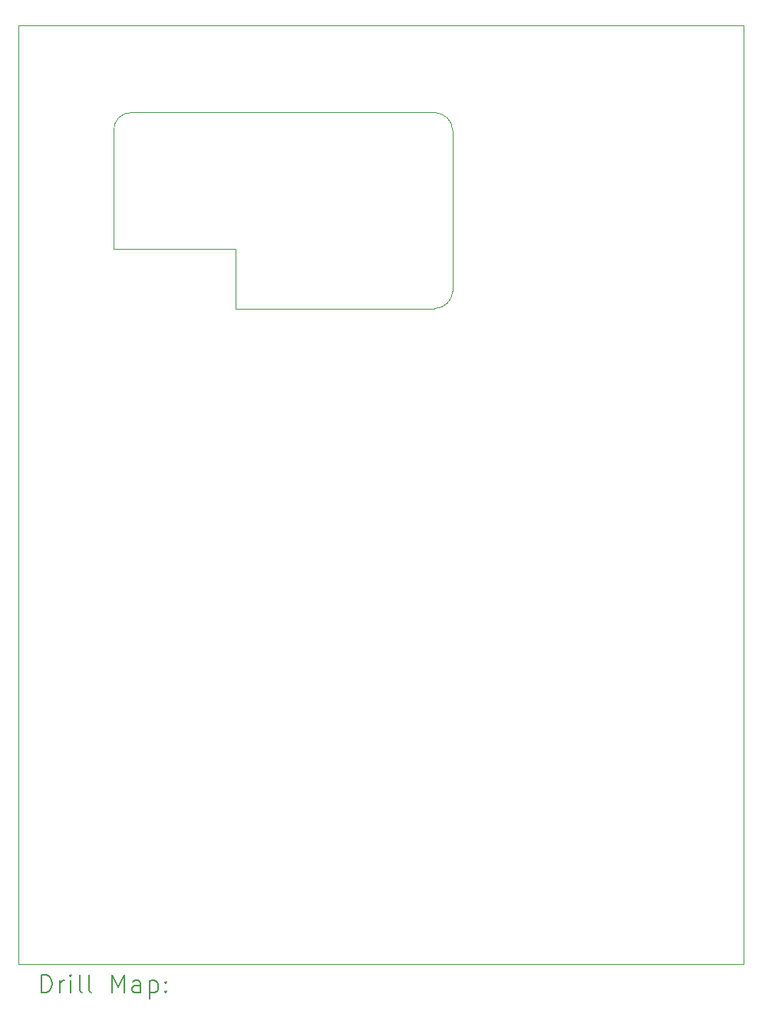
<source format=gbr>
%FSLAX45Y45*%
G04 Gerber Fmt 4.5, Leading zero omitted, Abs format (unit mm)*
G04 Created by KiCad (PCBNEW (6.0.5-0)) date 2023-01-03 07:21:59*
%MOMM*%
%LPD*%
G01*
G04 APERTURE LIST*
%TA.AperFunction,Profile*%
%ADD10C,0.100000*%
%TD*%
%ADD11C,0.200000*%
G04 APERTURE END LIST*
D10*
X14360000Y-3875000D02*
X15210000Y-3875000D01*
X9600000Y-7000000D02*
X9600000Y-6340000D01*
X8060000Y-14225000D02*
X8860000Y-14225000D01*
X13560000Y-14225000D02*
X8860000Y-14225000D01*
X8065000Y-3875000D02*
X8865000Y-3875000D01*
X13560000Y-3875000D02*
X14360000Y-3875000D01*
X15210000Y-3875000D02*
X15210000Y-14225000D01*
X8060000Y-14225000D02*
X7210000Y-14225000D01*
X8260000Y-6340000D02*
X8260000Y-5041421D01*
X14360000Y-14225000D02*
X15210000Y-14225000D01*
X9600000Y-7000000D02*
X11799436Y-7000000D01*
X11799436Y-6999997D02*
G75*
G03*
X12000000Y-6808579I-386J201187D01*
G01*
X11999995Y-5041422D02*
G75*
G03*
X11798913Y-4840000I-203985J-2559D01*
G01*
X8460000Y-4839996D02*
G75*
G03*
X8260000Y-5041421I-9760J-190314D01*
G01*
X13560000Y-14225000D02*
X14360000Y-14225000D01*
X12000000Y-5041421D02*
X12000000Y-6808579D01*
X8865000Y-3875000D02*
X13560000Y-3875000D01*
X8460000Y-4840000D02*
X11798913Y-4840000D01*
X8065000Y-3875000D02*
X7210000Y-3875000D01*
X7210000Y-14225000D02*
X7210000Y-3875000D01*
X9600000Y-6340000D02*
X8260000Y-6340000D01*
D11*
X7462619Y-14540476D02*
X7462619Y-14340476D01*
X7510238Y-14340476D01*
X7538809Y-14350000D01*
X7557857Y-14369048D01*
X7567381Y-14388095D01*
X7576905Y-14426190D01*
X7576905Y-14454762D01*
X7567381Y-14492857D01*
X7557857Y-14511905D01*
X7538809Y-14530952D01*
X7510238Y-14540476D01*
X7462619Y-14540476D01*
X7662619Y-14540476D02*
X7662619Y-14407143D01*
X7662619Y-14445238D02*
X7672143Y-14426190D01*
X7681667Y-14416667D01*
X7700714Y-14407143D01*
X7719762Y-14407143D01*
X7786428Y-14540476D02*
X7786428Y-14407143D01*
X7786428Y-14340476D02*
X7776905Y-14350000D01*
X7786428Y-14359524D01*
X7795952Y-14350000D01*
X7786428Y-14340476D01*
X7786428Y-14359524D01*
X7910238Y-14540476D02*
X7891190Y-14530952D01*
X7881667Y-14511905D01*
X7881667Y-14340476D01*
X8015000Y-14540476D02*
X7995952Y-14530952D01*
X7986428Y-14511905D01*
X7986428Y-14340476D01*
X8243571Y-14540476D02*
X8243571Y-14340476D01*
X8310238Y-14483333D01*
X8376905Y-14340476D01*
X8376905Y-14540476D01*
X8557857Y-14540476D02*
X8557857Y-14435714D01*
X8548333Y-14416667D01*
X8529286Y-14407143D01*
X8491190Y-14407143D01*
X8472143Y-14416667D01*
X8557857Y-14530952D02*
X8538810Y-14540476D01*
X8491190Y-14540476D01*
X8472143Y-14530952D01*
X8462619Y-14511905D01*
X8462619Y-14492857D01*
X8472143Y-14473809D01*
X8491190Y-14464286D01*
X8538810Y-14464286D01*
X8557857Y-14454762D01*
X8653095Y-14407143D02*
X8653095Y-14607143D01*
X8653095Y-14416667D02*
X8672143Y-14407143D01*
X8710238Y-14407143D01*
X8729286Y-14416667D01*
X8738810Y-14426190D01*
X8748333Y-14445238D01*
X8748333Y-14502381D01*
X8738810Y-14521428D01*
X8729286Y-14530952D01*
X8710238Y-14540476D01*
X8672143Y-14540476D01*
X8653095Y-14530952D01*
X8834048Y-14521428D02*
X8843571Y-14530952D01*
X8834048Y-14540476D01*
X8824524Y-14530952D01*
X8834048Y-14521428D01*
X8834048Y-14540476D01*
X8834048Y-14416667D02*
X8843571Y-14426190D01*
X8834048Y-14435714D01*
X8824524Y-14426190D01*
X8834048Y-14416667D01*
X8834048Y-14435714D01*
M02*

</source>
